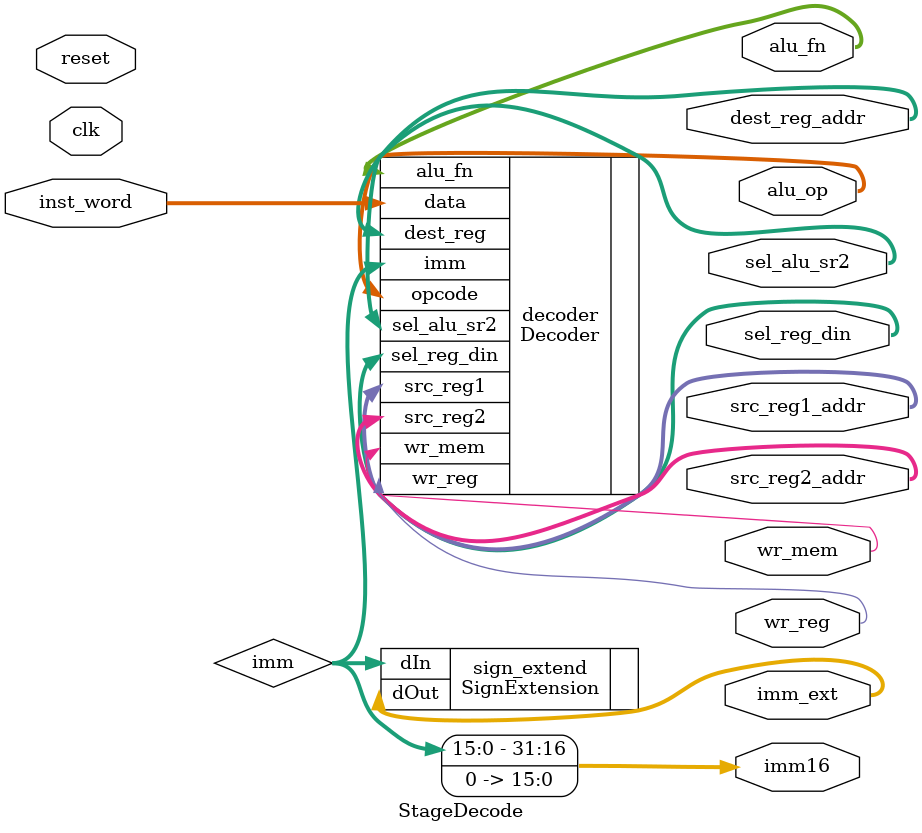
<source format=v>
`ifndef _STAGE_DECODE_
`define _STAGE_DECODE_

`include "Processor.vh"
`include "Decoder.v"
`include "SignExtension.v"

module StageDecode (
input clk,
input reset,

input [DBITS - 1: 0] inst_word,
output [3:0] alu_op,
output [4:0] alu_fn,
output [REG_INDEX_BIT_WIDTH-1:0] src_reg1_addr, src_reg2_addr, dest_reg_addr,
output [DBITS-1:0] imm_ext, imm16,
output [1:0] sel_alu_sr2, sel_reg_din,
output wr_reg, wr_mem
);

parameter DBITS = 32;
parameter REG_INDEX_BIT_WIDTH  = 4;


// Control/data signals from decoder
wire [15:0] imm;
Decoder decoder (
    .data (inst_word),
    .alu_fn (alu_fn),
    .opcode (alu_op),
    .src_reg1 (src_reg1_addr),
    .src_reg2 (src_reg2_addr),
    .dest_reg (dest_reg_addr),
    .imm (imm),
    .sel_alu_sr2 (sel_alu_sr2),
    .sel_reg_din (sel_reg_din),
    .wr_reg (wr_reg),
    .wr_mem (wr_mem)
);

assign imm16 = {imm, 16'b0};
SignExtension #(
    .IN_BIT_WIDTH (16),
    .OUT_BIT_WIDTH (DBITS)
    ) sign_extend (
    .dIn (imm),
    .dOut (imm_ext)
);

endmodule

`endif //_STAGE_DECODE_
</source>
